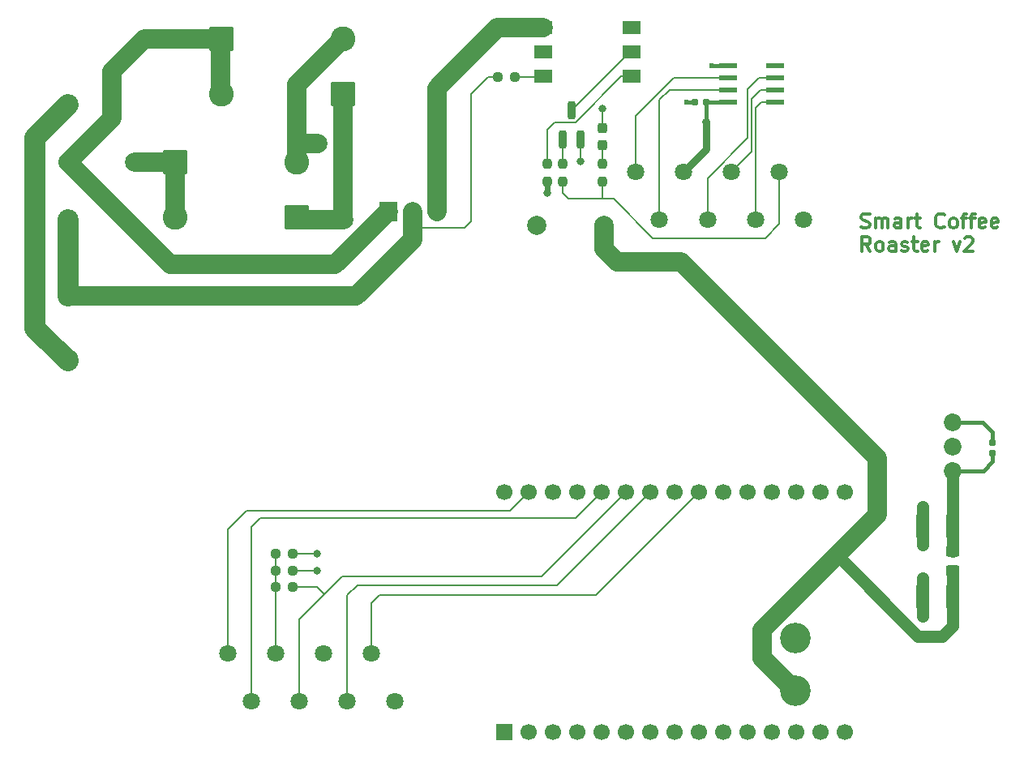
<source format=gtl>
%TF.GenerationSoftware,KiCad,Pcbnew,9.0.0*%
%TF.CreationDate,2025-10-31T12:42:59+01:00*%
%TF.ProjectId,popcorn_roaster,706f7063-6f72-46e5-9f72-6f6173746572,rev?*%
%TF.SameCoordinates,Original*%
%TF.FileFunction,Copper,L1,Top*%
%TF.FilePolarity,Positive*%
%FSLAX46Y46*%
G04 Gerber Fmt 4.6, Leading zero omitted, Abs format (unit mm)*
G04 Created by KiCad (PCBNEW 9.0.0) date 2025-10-31 12:42:59*
%MOMM*%
%LPD*%
G01*
G04 APERTURE LIST*
G04 Aperture macros list*
%AMRoundRect*
0 Rectangle with rounded corners*
0 $1 Rounding radius*
0 $2 $3 $4 $5 $6 $7 $8 $9 X,Y pos of 4 corners*
0 Add a 4 corners polygon primitive as box body*
4,1,4,$2,$3,$4,$5,$6,$7,$8,$9,$2,$3,0*
0 Add four circle primitives for the rounded corners*
1,1,$1+$1,$2,$3*
1,1,$1+$1,$4,$5*
1,1,$1+$1,$6,$7*
1,1,$1+$1,$8,$9*
0 Add four rect primitives between the rounded corners*
20,1,$1+$1,$2,$3,$4,$5,0*
20,1,$1+$1,$4,$5,$6,$7,0*
20,1,$1+$1,$6,$7,$8,$9,0*
20,1,$1+$1,$8,$9,$2,$3,0*%
G04 Aperture macros list end*
%ADD10C,0.300000*%
%TA.AperFunction,NonConductor*%
%ADD11C,0.300000*%
%TD*%
%TA.AperFunction,ComponentPad*%
%ADD12RoundRect,0.250000X1.050000X1.050000X-1.050000X1.050000X-1.050000X-1.050000X1.050000X-1.050000X0*%
%TD*%
%TA.AperFunction,ComponentPad*%
%ADD13C,2.600000*%
%TD*%
%TA.AperFunction,SMDPad,CuDef*%
%ADD14RoundRect,0.237500X0.237500X-0.250000X0.237500X0.250000X-0.237500X0.250000X-0.237500X-0.250000X0*%
%TD*%
%TA.AperFunction,ComponentPad*%
%ADD15C,2.000000*%
%TD*%
%TA.AperFunction,SMDPad,CuDef*%
%ADD16RoundRect,0.250000X0.412500X1.100000X-0.412500X1.100000X-0.412500X-1.100000X0.412500X-1.100000X0*%
%TD*%
%TA.AperFunction,SMDPad,CuDef*%
%ADD17RoundRect,0.237500X0.250000X0.237500X-0.250000X0.237500X-0.250000X-0.237500X0.250000X-0.237500X0*%
%TD*%
%TA.AperFunction,ComponentPad*%
%ADD18RoundRect,0.250000X-1.050000X-1.050000X1.050000X-1.050000X1.050000X1.050000X-1.050000X1.050000X0*%
%TD*%
%TA.AperFunction,SMDPad,CuDef*%
%ADD19RoundRect,0.155000X-0.212500X-0.155000X0.212500X-0.155000X0.212500X0.155000X-0.212500X0.155000X0*%
%TD*%
%TA.AperFunction,SMDPad,CuDef*%
%ADD20RoundRect,0.250000X0.450000X-0.325000X0.450000X0.325000X-0.450000X0.325000X-0.450000X-0.325000X0*%
%TD*%
%TA.AperFunction,SMDPad,CuDef*%
%ADD21RoundRect,0.155000X0.155000X-0.212500X0.155000X0.212500X-0.155000X0.212500X-0.155000X-0.212500X0*%
%TD*%
%TA.AperFunction,ComponentPad*%
%ADD22R,1.905000X2.000000*%
%TD*%
%TA.AperFunction,ComponentPad*%
%ADD23O,1.905000X2.000000*%
%TD*%
%TA.AperFunction,SMDPad,CuDef*%
%ADD24RoundRect,0.237500X-0.237500X0.287500X-0.237500X-0.287500X0.237500X-0.287500X0.237500X0.287500X0*%
%TD*%
%TA.AperFunction,SMDPad,CuDef*%
%ADD25RoundRect,0.200000X0.200000X-0.750000X0.200000X0.750000X-0.200000X0.750000X-0.200000X-0.750000X0*%
%TD*%
%TA.AperFunction,ComponentPad*%
%ADD26C,2.200000*%
%TD*%
%TA.AperFunction,ComponentPad*%
%ADD27C,3.200000*%
%TD*%
%TA.AperFunction,ComponentPad*%
%ADD28C,1.800000*%
%TD*%
%TA.AperFunction,SMDPad,CuDef*%
%ADD29R,1.980000X0.530000*%
%TD*%
%TA.AperFunction,ComponentPad*%
%ADD30C,1.850000*%
%TD*%
%TA.AperFunction,ComponentPad*%
%ADD31R,1.700000X1.700000*%
%TD*%
%TA.AperFunction,ComponentPad*%
%ADD32C,1.700000*%
%TD*%
%TA.AperFunction,SMDPad,CuDef*%
%ADD33R,1.944599X1.345400*%
%TD*%
%TA.AperFunction,ViaPad*%
%ADD34C,0.800000*%
%TD*%
%TA.AperFunction,ViaPad*%
%ADD35C,0.600000*%
%TD*%
%TA.AperFunction,Conductor*%
%ADD36C,1.300000*%
%TD*%
%TA.AperFunction,Conductor*%
%ADD37C,0.400000*%
%TD*%
%TA.AperFunction,Conductor*%
%ADD38C,0.200000*%
%TD*%
%TA.AperFunction,Conductor*%
%ADD39C,2.000000*%
%TD*%
%TA.AperFunction,Conductor*%
%ADD40C,0.600000*%
%TD*%
%TA.AperFunction,Conductor*%
%ADD41C,0.800000*%
%TD*%
%TA.AperFunction,Conductor*%
%ADD42C,2.200000*%
%TD*%
G04 APERTURE END LIST*
D10*
D11*
X88583082Y-23314484D02*
X88797368Y-23385912D01*
X88797368Y-23385912D02*
X89154510Y-23385912D01*
X89154510Y-23385912D02*
X89297368Y-23314484D01*
X89297368Y-23314484D02*
X89368796Y-23243055D01*
X89368796Y-23243055D02*
X89440225Y-23100198D01*
X89440225Y-23100198D02*
X89440225Y-22957341D01*
X89440225Y-22957341D02*
X89368796Y-22814484D01*
X89368796Y-22814484D02*
X89297368Y-22743055D01*
X89297368Y-22743055D02*
X89154510Y-22671626D01*
X89154510Y-22671626D02*
X88868796Y-22600198D01*
X88868796Y-22600198D02*
X88725939Y-22528769D01*
X88725939Y-22528769D02*
X88654510Y-22457341D01*
X88654510Y-22457341D02*
X88583082Y-22314484D01*
X88583082Y-22314484D02*
X88583082Y-22171626D01*
X88583082Y-22171626D02*
X88654510Y-22028769D01*
X88654510Y-22028769D02*
X88725939Y-21957341D01*
X88725939Y-21957341D02*
X88868796Y-21885912D01*
X88868796Y-21885912D02*
X89225939Y-21885912D01*
X89225939Y-21885912D02*
X89440225Y-21957341D01*
X90083081Y-23385912D02*
X90083081Y-22385912D01*
X90083081Y-22528769D02*
X90154510Y-22457341D01*
X90154510Y-22457341D02*
X90297367Y-22385912D01*
X90297367Y-22385912D02*
X90511653Y-22385912D01*
X90511653Y-22385912D02*
X90654510Y-22457341D01*
X90654510Y-22457341D02*
X90725939Y-22600198D01*
X90725939Y-22600198D02*
X90725939Y-23385912D01*
X90725939Y-22600198D02*
X90797367Y-22457341D01*
X90797367Y-22457341D02*
X90940224Y-22385912D01*
X90940224Y-22385912D02*
X91154510Y-22385912D01*
X91154510Y-22385912D02*
X91297367Y-22457341D01*
X91297367Y-22457341D02*
X91368796Y-22600198D01*
X91368796Y-22600198D02*
X91368796Y-23385912D01*
X92725939Y-23385912D02*
X92725939Y-22600198D01*
X92725939Y-22600198D02*
X92654510Y-22457341D01*
X92654510Y-22457341D02*
X92511653Y-22385912D01*
X92511653Y-22385912D02*
X92225939Y-22385912D01*
X92225939Y-22385912D02*
X92083081Y-22457341D01*
X92725939Y-23314484D02*
X92583081Y-23385912D01*
X92583081Y-23385912D02*
X92225939Y-23385912D01*
X92225939Y-23385912D02*
X92083081Y-23314484D01*
X92083081Y-23314484D02*
X92011653Y-23171626D01*
X92011653Y-23171626D02*
X92011653Y-23028769D01*
X92011653Y-23028769D02*
X92083081Y-22885912D01*
X92083081Y-22885912D02*
X92225939Y-22814484D01*
X92225939Y-22814484D02*
X92583081Y-22814484D01*
X92583081Y-22814484D02*
X92725939Y-22743055D01*
X93440224Y-23385912D02*
X93440224Y-22385912D01*
X93440224Y-22671626D02*
X93511653Y-22528769D01*
X93511653Y-22528769D02*
X93583082Y-22457341D01*
X93583082Y-22457341D02*
X93725939Y-22385912D01*
X93725939Y-22385912D02*
X93868796Y-22385912D01*
X94154510Y-22385912D02*
X94725938Y-22385912D01*
X94368795Y-21885912D02*
X94368795Y-23171626D01*
X94368795Y-23171626D02*
X94440224Y-23314484D01*
X94440224Y-23314484D02*
X94583081Y-23385912D01*
X94583081Y-23385912D02*
X94725938Y-23385912D01*
X97225938Y-23243055D02*
X97154510Y-23314484D01*
X97154510Y-23314484D02*
X96940224Y-23385912D01*
X96940224Y-23385912D02*
X96797367Y-23385912D01*
X96797367Y-23385912D02*
X96583081Y-23314484D01*
X96583081Y-23314484D02*
X96440224Y-23171626D01*
X96440224Y-23171626D02*
X96368795Y-23028769D01*
X96368795Y-23028769D02*
X96297367Y-22743055D01*
X96297367Y-22743055D02*
X96297367Y-22528769D01*
X96297367Y-22528769D02*
X96368795Y-22243055D01*
X96368795Y-22243055D02*
X96440224Y-22100198D01*
X96440224Y-22100198D02*
X96583081Y-21957341D01*
X96583081Y-21957341D02*
X96797367Y-21885912D01*
X96797367Y-21885912D02*
X96940224Y-21885912D01*
X96940224Y-21885912D02*
X97154510Y-21957341D01*
X97154510Y-21957341D02*
X97225938Y-22028769D01*
X98083081Y-23385912D02*
X97940224Y-23314484D01*
X97940224Y-23314484D02*
X97868795Y-23243055D01*
X97868795Y-23243055D02*
X97797367Y-23100198D01*
X97797367Y-23100198D02*
X97797367Y-22671626D01*
X97797367Y-22671626D02*
X97868795Y-22528769D01*
X97868795Y-22528769D02*
X97940224Y-22457341D01*
X97940224Y-22457341D02*
X98083081Y-22385912D01*
X98083081Y-22385912D02*
X98297367Y-22385912D01*
X98297367Y-22385912D02*
X98440224Y-22457341D01*
X98440224Y-22457341D02*
X98511653Y-22528769D01*
X98511653Y-22528769D02*
X98583081Y-22671626D01*
X98583081Y-22671626D02*
X98583081Y-23100198D01*
X98583081Y-23100198D02*
X98511653Y-23243055D01*
X98511653Y-23243055D02*
X98440224Y-23314484D01*
X98440224Y-23314484D02*
X98297367Y-23385912D01*
X98297367Y-23385912D02*
X98083081Y-23385912D01*
X99011653Y-22385912D02*
X99583081Y-22385912D01*
X99225938Y-23385912D02*
X99225938Y-22100198D01*
X99225938Y-22100198D02*
X99297367Y-21957341D01*
X99297367Y-21957341D02*
X99440224Y-21885912D01*
X99440224Y-21885912D02*
X99583081Y-21885912D01*
X99868796Y-22385912D02*
X100440224Y-22385912D01*
X100083081Y-23385912D02*
X100083081Y-22100198D01*
X100083081Y-22100198D02*
X100154510Y-21957341D01*
X100154510Y-21957341D02*
X100297367Y-21885912D01*
X100297367Y-21885912D02*
X100440224Y-21885912D01*
X101511653Y-23314484D02*
X101368796Y-23385912D01*
X101368796Y-23385912D02*
X101083082Y-23385912D01*
X101083082Y-23385912D02*
X100940224Y-23314484D01*
X100940224Y-23314484D02*
X100868796Y-23171626D01*
X100868796Y-23171626D02*
X100868796Y-22600198D01*
X100868796Y-22600198D02*
X100940224Y-22457341D01*
X100940224Y-22457341D02*
X101083082Y-22385912D01*
X101083082Y-22385912D02*
X101368796Y-22385912D01*
X101368796Y-22385912D02*
X101511653Y-22457341D01*
X101511653Y-22457341D02*
X101583082Y-22600198D01*
X101583082Y-22600198D02*
X101583082Y-22743055D01*
X101583082Y-22743055D02*
X100868796Y-22885912D01*
X102797367Y-23314484D02*
X102654510Y-23385912D01*
X102654510Y-23385912D02*
X102368796Y-23385912D01*
X102368796Y-23385912D02*
X102225938Y-23314484D01*
X102225938Y-23314484D02*
X102154510Y-23171626D01*
X102154510Y-23171626D02*
X102154510Y-22600198D01*
X102154510Y-22600198D02*
X102225938Y-22457341D01*
X102225938Y-22457341D02*
X102368796Y-22385912D01*
X102368796Y-22385912D02*
X102654510Y-22385912D01*
X102654510Y-22385912D02*
X102797367Y-22457341D01*
X102797367Y-22457341D02*
X102868796Y-22600198D01*
X102868796Y-22600198D02*
X102868796Y-22743055D01*
X102868796Y-22743055D02*
X102154510Y-22885912D01*
X89511653Y-25800828D02*
X89011653Y-25086542D01*
X88654510Y-25800828D02*
X88654510Y-24300828D01*
X88654510Y-24300828D02*
X89225939Y-24300828D01*
X89225939Y-24300828D02*
X89368796Y-24372257D01*
X89368796Y-24372257D02*
X89440225Y-24443685D01*
X89440225Y-24443685D02*
X89511653Y-24586542D01*
X89511653Y-24586542D02*
X89511653Y-24800828D01*
X89511653Y-24800828D02*
X89440225Y-24943685D01*
X89440225Y-24943685D02*
X89368796Y-25015114D01*
X89368796Y-25015114D02*
X89225939Y-25086542D01*
X89225939Y-25086542D02*
X88654510Y-25086542D01*
X90368796Y-25800828D02*
X90225939Y-25729400D01*
X90225939Y-25729400D02*
X90154510Y-25657971D01*
X90154510Y-25657971D02*
X90083082Y-25515114D01*
X90083082Y-25515114D02*
X90083082Y-25086542D01*
X90083082Y-25086542D02*
X90154510Y-24943685D01*
X90154510Y-24943685D02*
X90225939Y-24872257D01*
X90225939Y-24872257D02*
X90368796Y-24800828D01*
X90368796Y-24800828D02*
X90583082Y-24800828D01*
X90583082Y-24800828D02*
X90725939Y-24872257D01*
X90725939Y-24872257D02*
X90797368Y-24943685D01*
X90797368Y-24943685D02*
X90868796Y-25086542D01*
X90868796Y-25086542D02*
X90868796Y-25515114D01*
X90868796Y-25515114D02*
X90797368Y-25657971D01*
X90797368Y-25657971D02*
X90725939Y-25729400D01*
X90725939Y-25729400D02*
X90583082Y-25800828D01*
X90583082Y-25800828D02*
X90368796Y-25800828D01*
X92154511Y-25800828D02*
X92154511Y-25015114D01*
X92154511Y-25015114D02*
X92083082Y-24872257D01*
X92083082Y-24872257D02*
X91940225Y-24800828D01*
X91940225Y-24800828D02*
X91654511Y-24800828D01*
X91654511Y-24800828D02*
X91511653Y-24872257D01*
X92154511Y-25729400D02*
X92011653Y-25800828D01*
X92011653Y-25800828D02*
X91654511Y-25800828D01*
X91654511Y-25800828D02*
X91511653Y-25729400D01*
X91511653Y-25729400D02*
X91440225Y-25586542D01*
X91440225Y-25586542D02*
X91440225Y-25443685D01*
X91440225Y-25443685D02*
X91511653Y-25300828D01*
X91511653Y-25300828D02*
X91654511Y-25229400D01*
X91654511Y-25229400D02*
X92011653Y-25229400D01*
X92011653Y-25229400D02*
X92154511Y-25157971D01*
X92797368Y-25729400D02*
X92940225Y-25800828D01*
X92940225Y-25800828D02*
X93225939Y-25800828D01*
X93225939Y-25800828D02*
X93368796Y-25729400D01*
X93368796Y-25729400D02*
X93440225Y-25586542D01*
X93440225Y-25586542D02*
X93440225Y-25515114D01*
X93440225Y-25515114D02*
X93368796Y-25372257D01*
X93368796Y-25372257D02*
X93225939Y-25300828D01*
X93225939Y-25300828D02*
X93011654Y-25300828D01*
X93011654Y-25300828D02*
X92868796Y-25229400D01*
X92868796Y-25229400D02*
X92797368Y-25086542D01*
X92797368Y-25086542D02*
X92797368Y-25015114D01*
X92797368Y-25015114D02*
X92868796Y-24872257D01*
X92868796Y-24872257D02*
X93011654Y-24800828D01*
X93011654Y-24800828D02*
X93225939Y-24800828D01*
X93225939Y-24800828D02*
X93368796Y-24872257D01*
X93868797Y-24800828D02*
X94440225Y-24800828D01*
X94083082Y-24300828D02*
X94083082Y-25586542D01*
X94083082Y-25586542D02*
X94154511Y-25729400D01*
X94154511Y-25729400D02*
X94297368Y-25800828D01*
X94297368Y-25800828D02*
X94440225Y-25800828D01*
X95511654Y-25729400D02*
X95368797Y-25800828D01*
X95368797Y-25800828D02*
X95083083Y-25800828D01*
X95083083Y-25800828D02*
X94940225Y-25729400D01*
X94940225Y-25729400D02*
X94868797Y-25586542D01*
X94868797Y-25586542D02*
X94868797Y-25015114D01*
X94868797Y-25015114D02*
X94940225Y-24872257D01*
X94940225Y-24872257D02*
X95083083Y-24800828D01*
X95083083Y-24800828D02*
X95368797Y-24800828D01*
X95368797Y-24800828D02*
X95511654Y-24872257D01*
X95511654Y-24872257D02*
X95583083Y-25015114D01*
X95583083Y-25015114D02*
X95583083Y-25157971D01*
X95583083Y-25157971D02*
X94868797Y-25300828D01*
X96225939Y-25800828D02*
X96225939Y-24800828D01*
X96225939Y-25086542D02*
X96297368Y-24943685D01*
X96297368Y-24943685D02*
X96368797Y-24872257D01*
X96368797Y-24872257D02*
X96511654Y-24800828D01*
X96511654Y-24800828D02*
X96654511Y-24800828D01*
X98154510Y-24800828D02*
X98511653Y-25800828D01*
X98511653Y-25800828D02*
X98868796Y-24800828D01*
X99368796Y-24443685D02*
X99440224Y-24372257D01*
X99440224Y-24372257D02*
X99583082Y-24300828D01*
X99583082Y-24300828D02*
X99940224Y-24300828D01*
X99940224Y-24300828D02*
X100083082Y-24372257D01*
X100083082Y-24372257D02*
X100154510Y-24443685D01*
X100154510Y-24443685D02*
X100225939Y-24586542D01*
X100225939Y-24586542D02*
X100225939Y-24729400D01*
X100225939Y-24729400D02*
X100154510Y-24943685D01*
X100154510Y-24943685D02*
X99297367Y-25800828D01*
X99297367Y-25800828D02*
X100225939Y-25800828D01*
D12*
%TO.P,D11,1,K*%
%TO.N,Net-(D11-K)*%
X29650000Y-22300000D03*
D13*
%TO.P,D11,2,A*%
%TO.N,/Smart Roaster/heat_white*%
X16950000Y-22300000D03*
%TD*%
D14*
%TO.P,R8,1*%
%TO.N,/Smart Roaster/HEAT_ON*%
X61550000Y-18525000D03*
%TO.P,R8,2*%
%TO.N,Net-(D7-A)*%
X61550000Y-16700000D03*
%TD*%
D15*
%TO.P,TP1,1,1*%
%TO.N,/Smart Roaster/heat_blue*%
X5700000Y-16500000D03*
%TD*%
D16*
%TO.P,C5,1*%
%TO.N,Net-(U1-Vin)*%
X98100000Y-54500000D03*
%TO.P,C5,2*%
%TO.N,GND*%
X94975000Y-54500000D03*
%TD*%
D17*
%TO.P,R10,1*%
%TO.N,/Smart Roaster/nCS_mc*%
X29225000Y-59150000D03*
%TO.P,R10,2*%
%TO.N,+3V3_mc*%
X27400000Y-59150000D03*
%TD*%
D14*
%TO.P,R6,1*%
%TO.N,/Smart Roaster/HEAT_ON*%
X57350000Y-18525000D03*
%TO.P,R6,2*%
%TO.N,Net-(Q1-B)*%
X57350000Y-16700000D03*
%TD*%
D18*
%TO.P,D8,1,K*%
%TO.N,/Smart Roaster/heat_blue*%
X21700000Y-3600000D03*
D13*
%TO.P,D8,2,A*%
%TO.N,Net-(D10-A)*%
X34400000Y-3600000D03*
%TD*%
D16*
%TO.P,C6,1*%
%TO.N,+24V*%
X98100000Y-61900000D03*
%TO.P,C6,2*%
%TO.N,GND*%
X94975000Y-61900000D03*
%TD*%
D19*
%TO.P,C8,1*%
%TO.N,GND*%
X71200000Y-10200000D03*
%TO.P,C8,2*%
%TO.N,+3V3*%
X72335000Y-10200000D03*
%TD*%
D20*
%TO.P,L5,1,1*%
%TO.N,+24V*%
X98100000Y-59200000D03*
%TO.P,L5,2,2*%
%TO.N,Net-(U1-Vin)*%
X98100000Y-57150000D03*
%TD*%
D21*
%TO.P,C7,1*%
%TO.N,Net-(U1-Vin)*%
X102300000Y-46900000D03*
%TO.P,C7,2*%
%TO.N,+3V3*%
X102300000Y-45765000D03*
%TD*%
D22*
%TO.P,D6,1,A1*%
%TO.N,/Smart Roaster/heat_blue*%
X39160000Y-21630000D03*
D23*
%TO.P,D6,2,A2*%
%TO.N,Net-(D6-A2)*%
X41700000Y-21630000D03*
%TO.P,D6,3,G*%
%TO.N,Net-(D6-G)*%
X44240000Y-21630000D03*
%TD*%
D15*
%TO.P,TP5,1,1*%
%TO.N,Net-(D6-A2)*%
X5700000Y-22500000D03*
%TD*%
%TO.P,TP2,1,1*%
%TO.N,/Smart Roaster/N (blue)*%
X5700000Y-10500000D03*
%TD*%
D24*
%TO.P,D7,1,K*%
%TO.N,GND*%
X61550000Y-12950000D03*
%TO.P,D7,2,A*%
%TO.N,Net-(D7-A)*%
X61550000Y-14700000D03*
%TD*%
D25*
%TO.P,Q1,1,B*%
%TO.N,Net-(Q1-B)*%
X57350000Y-14100000D03*
%TO.P,Q1,2,E*%
%TO.N,GND*%
X59250000Y-14100000D03*
%TO.P,Q1,3,C*%
%TO.N,Net-(Q1-C)*%
X58300000Y-11100000D03*
%TD*%
D15*
%TO.P,TP4,1,1*%
%TO.N,GND*%
X54700000Y-23100000D03*
%TD*%
D26*
%TO.P,U2,1,AC_L*%
%TO.N,Net-(D6-A2)*%
X5700000Y-30450000D03*
%TO.P,U2,2,AC_N*%
%TO.N,/Smart Roaster/N (blue)*%
X5700000Y-37200000D03*
D27*
%TO.P,U2,3,Vout+*%
%TO.N,+24V*%
X81700000Y-71700000D03*
%TO.P,U2,4,Vout-*%
%TO.N,GND*%
X81700000Y-66200000D03*
%TD*%
D17*
%TO.P,R7,1*%
%TO.N,Net-(U3-A2)*%
X52425000Y-7600000D03*
%TO.P,R7,2*%
%TO.N,Net-(D6-A2)*%
X50600000Y-7600000D03*
%TD*%
D28*
%TO.P,J4,1,Pin_1*%
%TO.N,/Smart Roaster/TC-*%
X65000000Y-17500000D03*
%TO.P,J4,2,Pin_2*%
%TO.N,/Smart Roaster/TC+*%
X67500000Y-22500000D03*
%TO.P,J4,3,Pin_3*%
%TO.N,+3V3*%
X70000000Y-17500000D03*
%TO.P,J4,4,Pin_4*%
%TO.N,/Smart Roaster/POCI*%
X72500000Y-22500000D03*
%TO.P,J4,5,Pin_5*%
%TO.N,/Smart Roaster/nCS*%
X75000000Y-17500000D03*
%TO.P,J4,6,Pin_6*%
%TO.N,/Smart Roaster/SCK*%
X77500000Y-22500000D03*
%TO.P,J4,7,Pin_7*%
%TO.N,/Smart Roaster/HEAT_ON*%
X80000000Y-17500000D03*
%TO.P,J4,8,Pin_8*%
%TO.N,GND*%
X82500000Y-22500000D03*
%TD*%
D29*
%TO.P,U4,1,GND*%
%TO.N,GND*%
X74670000Y-6390000D03*
%TO.P,U4,2,T-*%
%TO.N,/Smart Roaster/TC-*%
X74670000Y-7660000D03*
%TO.P,U4,3,T+*%
%TO.N,/Smart Roaster/TC+*%
X74670000Y-8930000D03*
%TO.P,U4,4,VCC*%
%TO.N,+3V3*%
X74670000Y-10200000D03*
%TO.P,U4,5,SCK*%
%TO.N,/Smart Roaster/SCK*%
X79600000Y-10200000D03*
%TO.P,U4,6,nCS*%
%TO.N,/Smart Roaster/nCS*%
X79600000Y-8930000D03*
%TO.P,U4,7,SO*%
%TO.N,/Smart Roaster/POCI*%
X79600000Y-7660000D03*
%TO.P,U4,8,DNC*%
%TO.N,unconnected-(U4-DNC-Pad8)*%
X79600000Y-6390000D03*
%TD*%
D15*
%TO.P,TP3,1,1*%
%TO.N,+24V*%
X61700000Y-23100000D03*
%TD*%
D12*
%TO.P,D9,1,K*%
%TO.N,Net-(D11-K)*%
X34400000Y-9400000D03*
D13*
%TO.P,D9,2,A*%
%TO.N,/Smart Roaster/heat_blue*%
X21700000Y-9400000D03*
%TD*%
D28*
%TO.P,J3,1,Pin_1*%
%TO.N,Net-(J3-Pin_1)*%
X22400000Y-67850000D03*
%TO.P,J3,2,Pin_2*%
%TO.N,Net-(J3-Pin_2)*%
X24900000Y-72850000D03*
%TO.P,J3,3,Pin_3*%
%TO.N,+3V3_mc*%
X27400000Y-67850000D03*
%TO.P,J3,4,Pin_4*%
%TO.N,/Smart Roaster/POCI_mc*%
X29900000Y-72850000D03*
%TO.P,J3,5,Pin_5*%
%TO.N,/Smart Roaster/nCS_mc*%
X32400000Y-67850000D03*
%TO.P,J3,6,Pin_6*%
%TO.N,/Smart Roaster/SCK_mc*%
X34900000Y-72850000D03*
%TO.P,J3,7,Pin_7*%
%TO.N,/Smart Roaster/HEAT_ON_mc*%
X37400000Y-67850000D03*
%TO.P,J3,8,Pin_8*%
%TO.N,GND_mc*%
X39900000Y-72850000D03*
%TD*%
D15*
%TO.P,TP8,1,1*%
%TO.N,Net-(D10-A)*%
X31800000Y-14600000D03*
%TD*%
D30*
%TO.P,U1,1,Vin*%
%TO.N,Net-(U1-Vin)*%
X98075000Y-48740000D03*
%TO.P,U1,2,GND*%
%TO.N,GND*%
X98075000Y-46200000D03*
%TO.P,U1,3,Vout*%
%TO.N,+3V3*%
X98075000Y-43660000D03*
%TD*%
D15*
%TO.P,TP6,1,1*%
%TO.N,/Smart Roaster/heat_white*%
X12700000Y-16500000D03*
%TD*%
D31*
%TO.P,U5,1,EN*%
%TO.N,unconnected-(U5-EN-Pad1)*%
X51250000Y-76000000D03*
D32*
%TO.P,U5,2,VP*%
%TO.N,unconnected-(U5-VP-Pad2)*%
X53790000Y-76000000D03*
%TO.P,U5,3,VN*%
%TO.N,unconnected-(U5-VN-Pad3)*%
X56330000Y-76000000D03*
%TO.P,U5,4,D34*%
%TO.N,unconnected-(U5-D34-Pad4)*%
X58870000Y-76000000D03*
%TO.P,U5,5,D35*%
%TO.N,unconnected-(U5-D35-Pad5)*%
X61410000Y-76000000D03*
%TO.P,U5,6,D32*%
%TO.N,unconnected-(U5-D32-Pad6)*%
X63950000Y-76000000D03*
%TO.P,U5,7,D33*%
%TO.N,unconnected-(U5-D33-Pad7)*%
X66490000Y-76000000D03*
%TO.P,U5,8,D25*%
%TO.N,unconnected-(U5-D25-Pad8)*%
X69030000Y-76000000D03*
%TO.P,U5,9,D26*%
%TO.N,unconnected-(U5-D26-Pad9)*%
X71570000Y-76000000D03*
%TO.P,U5,10,D27*%
%TO.N,unconnected-(U5-D27-Pad10)*%
X74110000Y-76000000D03*
%TO.P,U5,11,D14*%
%TO.N,unconnected-(U5-D14-Pad11)*%
X76650000Y-76000000D03*
%TO.P,U5,12,D12*%
%TO.N,unconnected-(U5-D12-Pad12)*%
X79190000Y-76000000D03*
%TO.P,U5,13,D13*%
%TO.N,unconnected-(U5-D13-Pad13)*%
X81730000Y-76000000D03*
%TO.P,U5,14,GND*%
%TO.N,unconnected-(U5-GND-Pad14)*%
X84270000Y-76000000D03*
%TO.P,U5,15,VIN*%
%TO.N,unconnected-(U5-VIN-Pad15)*%
X86810000Y-76000000D03*
%TO.P,U5,16,3V3*%
%TO.N,+3V3_mc*%
X86810000Y-51000000D03*
%TO.P,U5,17,GND*%
%TO.N,GND_mc*%
X84270000Y-51000000D03*
%TO.P,U5,18,D15*%
%TO.N,unconnected-(U5-D15-Pad18)*%
X81730000Y-51000000D03*
%TO.P,U5,19,D2*%
%TO.N,/Smart Roaster/nCS_mc*%
X79190000Y-51000000D03*
%TO.P,U5,20,D4*%
%TO.N,unconnected-(U5-D4-Pad20)*%
X76650000Y-51000000D03*
%TO.P,U5,21,D16*%
%TO.N,unconnected-(U5-D16-Pad21)*%
X74110000Y-51000000D03*
%TO.P,U5,22,D17*%
%TO.N,/Smart Roaster/HEAT_ON_mc*%
X71570000Y-51000000D03*
%TO.P,U5,23,D5*%
%TO.N,unconnected-(U5-D5-Pad23)*%
X69030000Y-51000000D03*
%TO.P,U5,24,D18*%
%TO.N,/Smart Roaster/SCK_mc*%
X66490000Y-51000000D03*
%TO.P,U5,25,D19*%
%TO.N,/Smart Roaster/POCI_mc*%
X63950000Y-51000000D03*
%TO.P,U5,26,D21*%
%TO.N,Net-(J3-Pin_2)*%
X61410000Y-51000000D03*
%TO.P,U5,27,RX0*%
%TO.N,unconnected-(U5-RX0-Pad27)*%
X58870000Y-51000000D03*
%TO.P,U5,28,TX0*%
%TO.N,unconnected-(U5-TX0-Pad28)*%
X56330000Y-51000000D03*
%TO.P,U5,29,D22*%
%TO.N,Net-(J3-Pin_1)*%
X53790000Y-51000000D03*
%TO.P,U5,30,D23*%
%TO.N,unconnected-(U5-D23-Pad30)*%
X51250000Y-51000000D03*
%TD*%
D14*
%TO.P,R5,1*%
%TO.N,+3V3*%
X55750000Y-18500000D03*
%TO.P,R5,2*%
%TO.N,Net-(U3-A)*%
X55750000Y-16675000D03*
%TD*%
D15*
%TO.P,TP7,1,1*%
%TO.N,Net-(D11-K)*%
X34500000Y-22500000D03*
%TD*%
D17*
%TO.P,R11,1*%
%TO.N,/Smart Roaster/SCK_mc*%
X29225000Y-57400000D03*
%TO.P,R11,2*%
%TO.N,+3V3_mc*%
X27400000Y-57400000D03*
%TD*%
%TO.P,R9,1*%
%TO.N,/Smart Roaster/POCI_mc*%
X29200000Y-60900000D03*
%TO.P,R9,2*%
%TO.N,+3V3_mc*%
X27375000Y-60900000D03*
%TD*%
D33*
%TO.P,U3,1,A*%
%TO.N,Net-(U3-A)*%
X64600000Y-7540000D03*
%TO.P,U3,2,C*%
%TO.N,Net-(Q1-C)*%
X64600000Y-5000000D03*
%TO.P,U3,3*%
%TO.N,N/C*%
X64600000Y-2460000D03*
%TO.P,U3,4,A1*%
%TO.N,Net-(D6-G)*%
X55379800Y-2460000D03*
%TO.P,U3,5*%
%TO.N,N/C*%
X55379800Y-5000000D03*
%TO.P,U3,6,A2*%
%TO.N,Net-(U3-A2)*%
X55379800Y-7540000D03*
%TD*%
D18*
%TO.P,D10,1,K*%
%TO.N,/Smart Roaster/heat_white*%
X16950000Y-16500000D03*
D13*
%TO.P,D10,2,A*%
%TO.N,Net-(D10-A)*%
X29650000Y-16500000D03*
%TD*%
D34*
%TO.N,GND*%
X61550000Y-10900000D03*
X94975000Y-56500000D03*
X59250000Y-16400000D03*
X95000000Y-59900000D03*
X95000000Y-52500000D03*
X95000000Y-63900000D03*
D35*
X70300000Y-10200000D03*
X73000000Y-6390000D03*
D34*
%TO.N,+3V3*%
X55750000Y-19700000D03*
%TO.N,/Smart Roaster/SCK_mc*%
X31700000Y-57400000D03*
%TO.N,/Smart Roaster/nCS_mc*%
X31700000Y-59150000D03*
%TD*%
D36*
%TO.N,Net-(U1-Vin)*%
X98100000Y-57150000D02*
X98100000Y-48765000D01*
D37*
X101310000Y-48740000D02*
X98075000Y-48740000D01*
X102300000Y-46900000D02*
X102300000Y-47750000D01*
D36*
X98100000Y-48765000D02*
X98075000Y-48740000D01*
D37*
X102300000Y-47750000D02*
X101310000Y-48740000D01*
D36*
%TO.N,GND*%
X95000000Y-61900000D02*
X95000000Y-63900000D01*
D38*
X61550000Y-12800000D02*
X61550000Y-10900000D01*
D37*
X70300000Y-10200000D02*
X71200000Y-10200000D01*
D38*
X59250000Y-14100000D02*
X59250000Y-16400000D01*
D37*
X74670000Y-6390000D02*
X73000000Y-6390000D01*
D36*
X95000000Y-54500000D02*
X95000000Y-52500000D01*
X94975000Y-54500000D02*
X94975000Y-56500000D01*
X95000000Y-61900000D02*
X95000000Y-59900000D01*
%TO.N,+24V*%
X86050000Y-57550000D02*
X94500000Y-66000000D01*
X97050000Y-66000000D02*
X98100000Y-64950000D01*
D39*
X90225000Y-47400000D02*
X69750000Y-26925000D01*
X61700000Y-25600000D02*
X61700000Y-23100000D01*
D36*
X98100000Y-64950000D02*
X98100000Y-63300000D01*
X94500000Y-66000000D02*
X97050000Y-66000000D01*
D39*
X90225000Y-53375000D02*
X90225000Y-47400000D01*
X69750000Y-26925000D02*
X63025000Y-26925000D01*
X78250000Y-65350000D02*
X90225000Y-53375000D01*
D36*
X98100000Y-63300000D02*
X98100000Y-59200000D01*
D39*
X78250000Y-68300000D02*
X78250000Y-65350000D01*
D36*
X98100000Y-63300000D02*
X98100000Y-61900000D01*
D39*
X81700000Y-71750000D02*
X78250000Y-68300000D01*
X63025000Y-26925000D02*
X61700000Y-25600000D01*
D40*
%TO.N,+3V3*%
X55750000Y-18500000D02*
X55750000Y-19675000D01*
D37*
X101235000Y-43660000D02*
X98075000Y-43660000D01*
X102300000Y-44725000D02*
X101235000Y-43660000D01*
X74670000Y-10200000D02*
X72335000Y-10200000D01*
X72335000Y-12290000D02*
X72335000Y-10200000D01*
D41*
X72335000Y-12310000D02*
X72325000Y-12300000D01*
X70000000Y-17500000D02*
X72335000Y-15165000D01*
D37*
X72325000Y-12300000D02*
X72335000Y-12290000D01*
D41*
X72335000Y-15165000D02*
X72335000Y-12310000D01*
D37*
X102300000Y-45765000D02*
X102300000Y-44725000D01*
D39*
%TO.N,Net-(D6-G)*%
X55379800Y-2460000D02*
X50540000Y-2460000D01*
X50540000Y-2460000D02*
X44240000Y-8760000D01*
X44240000Y-8760000D02*
X44240000Y-21630000D01*
D38*
%TO.N,/Smart Roaster/TC+*%
X67500000Y-10025000D02*
X68595000Y-8930000D01*
X67500000Y-22500000D02*
X67500000Y-10025000D01*
X68595000Y-8930000D02*
X74670000Y-8930000D01*
%TO.N,/Smart Roaster/TC-*%
X69015000Y-7660000D02*
X74670000Y-7660000D01*
X65000000Y-11675000D02*
X69015000Y-7660000D01*
X65000000Y-17500000D02*
X65000000Y-11675000D01*
%TO.N,/Smart Roaster/nCS*%
X79600000Y-8930000D02*
X78045000Y-8930000D01*
X78045000Y-8930000D02*
X77100000Y-9875000D01*
X75000000Y-17500000D02*
X77099000Y-15401000D01*
X77100000Y-10632900D02*
X77100000Y-9875000D01*
X77099000Y-15401000D02*
X77099000Y-10633900D01*
X77099000Y-10633900D02*
X77100000Y-10632900D01*
%TO.N,/Smart Roaster/HEAT_ON*%
X61500000Y-20350000D02*
X61550000Y-20300000D01*
X62750000Y-20350000D02*
X61025000Y-20350000D01*
X80000000Y-22950000D02*
X78525000Y-24425000D01*
X61025000Y-20350000D02*
X57950000Y-20350000D01*
X80000000Y-17500000D02*
X80000000Y-22950000D01*
X61550000Y-20300000D02*
X61550000Y-18525000D01*
X57350000Y-19750000D02*
X57350000Y-18525000D01*
X57950000Y-20350000D02*
X57350000Y-19750000D01*
X78525000Y-24425000D02*
X66825000Y-24425000D01*
X66825000Y-24425000D02*
X62750000Y-20350000D01*
X61025000Y-20350000D02*
X61500000Y-20350000D01*
%TO.N,/Smart Roaster/POCI*%
X72500000Y-18175000D02*
X76698000Y-13977000D01*
X77915000Y-7660000D02*
X76698000Y-8877000D01*
X72500000Y-22500000D02*
X72500000Y-18175000D01*
X76698000Y-13977000D02*
X76698000Y-8877000D01*
X79600000Y-7660000D02*
X77915000Y-7660000D01*
%TO.N,/Smart Roaster/SCK*%
X77500000Y-22500000D02*
X77500000Y-10800000D01*
X79600000Y-10200000D02*
X78100000Y-10200000D01*
X78100000Y-10200000D02*
X77500000Y-10800000D01*
%TO.N,Net-(Q1-C)*%
X64400000Y-5000000D02*
X64600000Y-5000000D01*
X58300000Y-11100000D02*
X64400000Y-5000000D01*
%TO.N,Net-(Q1-B)*%
X57350000Y-16700000D02*
X57350000Y-14100000D01*
%TO.N,Net-(U3-A)*%
X63524064Y-7540000D02*
X64600000Y-7540000D01*
X55750000Y-16675000D02*
X55750000Y-13098999D01*
X56497999Y-12351000D02*
X58713064Y-12351000D01*
X55750000Y-13098999D02*
X56497999Y-12351000D01*
X58713064Y-12351000D02*
X63524064Y-7540000D01*
%TO.N,Net-(U3-A2)*%
X52425000Y-7600000D02*
X55319800Y-7600000D01*
X55319800Y-7600000D02*
X55379800Y-7540000D01*
D42*
%TO.N,/Smart Roaster/N (blue)*%
X2275000Y-33825000D02*
X2275000Y-13925000D01*
X5700000Y-37250000D02*
X2275000Y-33825000D01*
X2275000Y-13925000D02*
X5700000Y-10500000D01*
D39*
%TO.N,/Smart Roaster/heat_blue*%
X21650000Y-3600000D02*
X21650000Y-9400000D01*
X16400000Y-27200000D02*
X5700000Y-16500000D01*
X39160000Y-21630000D02*
X33590000Y-27200000D01*
X13700000Y-3600000D02*
X21650000Y-3600000D01*
X10300000Y-11900000D02*
X10300000Y-7000000D01*
X5700000Y-16500000D02*
X10300000Y-11900000D01*
X33590000Y-27200000D02*
X16400000Y-27200000D01*
X10300000Y-7000000D02*
X13700000Y-3600000D01*
D38*
%TO.N,Net-(D6-A2)*%
X47800000Y-9400000D02*
X47800000Y-22700000D01*
X47100000Y-23400000D02*
X41700000Y-23400000D01*
D39*
X5750000Y-30450000D02*
X5700000Y-30500000D01*
X41700000Y-24630000D02*
X41700000Y-23400000D01*
X41700000Y-23400000D02*
X41700000Y-21630000D01*
X35830000Y-30500000D02*
X41700000Y-24630000D01*
X5700000Y-30500000D02*
X35830000Y-30500000D01*
D38*
X49600000Y-7600000D02*
X47800000Y-9400000D01*
X50600000Y-7600000D02*
X49600000Y-7600000D01*
D42*
X5700000Y-30500000D02*
X5700000Y-22500000D01*
D38*
X47800000Y-22700000D02*
X47100000Y-23400000D01*
%TO.N,Net-(D7-A)*%
X61550000Y-14850000D02*
X61550000Y-16700000D01*
%TO.N,Net-(J3-Pin_1)*%
X22400000Y-54825000D02*
X22400000Y-67850000D01*
X24325000Y-52900000D02*
X22400000Y-54825000D01*
X51890000Y-52900000D02*
X24325000Y-52900000D01*
X53790000Y-51000000D02*
X51890000Y-52900000D01*
%TO.N,Net-(J3-Pin_2)*%
X25800000Y-53675000D02*
X24900000Y-54575000D01*
X58735000Y-53675000D02*
X25800000Y-53675000D01*
X61410000Y-51000000D02*
X58735000Y-53675000D01*
X24900000Y-54575000D02*
X24900000Y-72850000D01*
%TO.N,/Smart Roaster/HEAT_ON_mc*%
X38250000Y-61750000D02*
X37400000Y-62600000D01*
X71570000Y-51000000D02*
X60820000Y-61750000D01*
X37400000Y-62600000D02*
X37400000Y-67850000D01*
X60820000Y-61750000D02*
X38250000Y-61750000D01*
%TO.N,/Smart Roaster/POCI_mc*%
X34275000Y-59875000D02*
X30700000Y-63450000D01*
X32500000Y-61650000D02*
X31750000Y-60900000D01*
X29900000Y-64250000D02*
X29900000Y-72850000D01*
X30700000Y-63450000D02*
X29900000Y-64250000D01*
X31750000Y-60900000D02*
X29200000Y-60900000D01*
X34350000Y-59800000D02*
X34275000Y-59875000D01*
X63950000Y-51000000D02*
X55150000Y-59800000D01*
X30700000Y-63450000D02*
X32500000Y-61650000D01*
X55150000Y-59800000D02*
X34350000Y-59800000D01*
%TO.N,+3V3_mc*%
X27400000Y-67850000D02*
X27400000Y-57400000D01*
%TO.N,/Smart Roaster/SCK_mc*%
X66490000Y-51000000D02*
X56790000Y-60700000D01*
X31700000Y-57400000D02*
X29225000Y-57400000D01*
X56790000Y-60700000D02*
X35925000Y-60700000D01*
X34900000Y-61725000D02*
X34900000Y-72850000D01*
X31625000Y-57375000D02*
X31600000Y-57400000D01*
X35925000Y-60700000D02*
X34900000Y-61725000D01*
%TO.N,/Smart Roaster/nCS_mc*%
X29225000Y-59150000D02*
X31700000Y-59150000D01*
D39*
%TO.N,Net-(D11-K)*%
X34400000Y-22500000D02*
X34400000Y-9400000D01*
X29650000Y-22500000D02*
X34400000Y-22500000D01*
%TO.N,/Smart Roaster/heat_white*%
X16950000Y-16500000D02*
X16950000Y-22500000D01*
X13000000Y-16500000D02*
X16950000Y-16500000D01*
%TO.N,Net-(D10-A)*%
X31800000Y-14600000D02*
X29650000Y-14600000D01*
X29650000Y-8350000D02*
X34400000Y-3600000D01*
X29650000Y-14600000D02*
X29650000Y-8350000D01*
X29650000Y-16800000D02*
X29650000Y-14600000D01*
%TD*%
M02*

</source>
